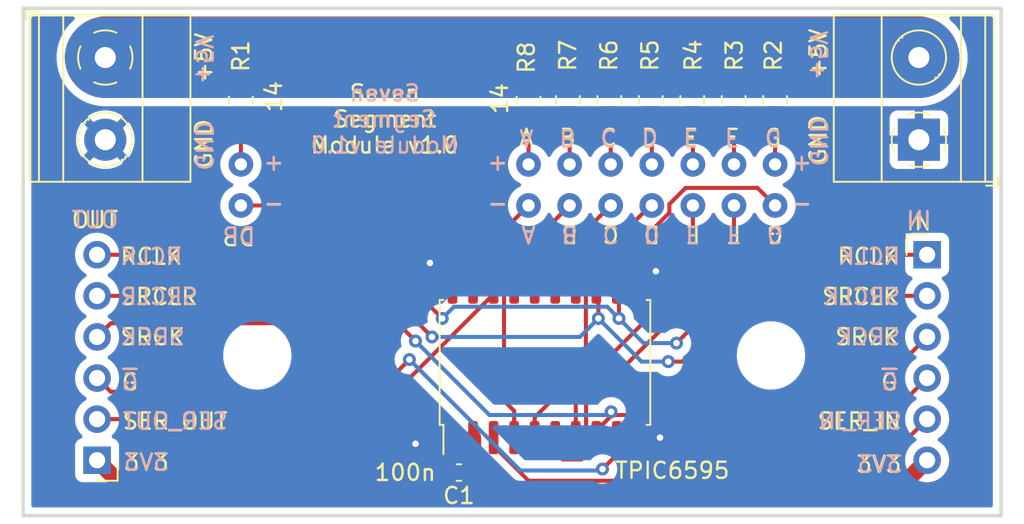
<source format=kicad_pcb>
(kicad_pcb (version 20211014) (generator pcbnew)
  (layers (0 "F.Cu" signal) (31 "B.Cu" signal) (34 "B.Paste" user) (35 "F.Paste" user) (36 "B.SilkS" user "B.Silkscreen") (37 "F.SilkS" user "F.Silkscreen") (38 "B.Mask" user) (39 "F.Mask" user) (44 "Edge.Cuts" user))
  (net 0 "")
  (net 1 "+3V3")
  (net 2 "GND")
  (net 3 "+5V")
  (net 4 "G")
  (net 5 "RCLK")
  (net 6 "SRCLR")
  (net 7 "SRCK")
  (net 8 "SER_IN")
  (net 9 "SER_OUT")
  (net 10 "Net-(R8-Pad1)")
  (net 11 "Net-(U1-Pad17)")
  (net 12 "Net-(R1-Pad1)")
  (net 13 "Net-(R2-Pad1)")
  (net 14 "Net-(R3-Pad1)")
  (net 15 "Net-(R4-Pad1)")
  (net 16 "Net-(R5-Pad1)")
  (net 17 "Net-(R6-Pad1)")
  (net 18 "Net-(R7-Pad1)")
  (net 19 "Net-(U1-Pad4)")
  (net 20 "Net-(U1-Pad5)")
  (net 21 "Net-(U1-Pad6)")
  (net 22 "Net-(U1-Pad7)")
  (net 23 "Net-(U1-Pad14)")
  (net 24 "Net-(U1-Pad15)")
  (net 25 "Net-(U1-Pad16)")
  (footprint "Resistor_SMD:R_0805_2012Metric" (layer "F.Cu") (at 168.29617 77.2815 90)
    (fp_text reference "R7" (at 2.7325 0 90) (layer "F.SilkS"))
    (fp_text value "14")
    (fp_line (start -0.227064 -0.735) (end 0.227064 -0.735) (layer "F.SilkS") (width 0.12))
    (fp_line (start -0.227064 0.735) (end 0.227064 0.735) (layer "F.SilkS") (width 0.12))
    (pad "1" smd roundrect (at -0.9125 0 90) (size 1.025 1.4) (layers "F.Cu" "F.Paste" "F.Mask") (roundrect_rratio 0.243902439) (net 18 "Net-(R7-Pad1)"))
    (pad "2" smd roundrect (at 0.9125 0 90) (size 1.025 1.4) (layers "F.Cu" "F.Paste" "F.Mask") (roundrect_rratio 0.243902439) (net 3 "+5V"))
  )
  (footprint "TerminalBlock_Phoenix:TerminalBlock_Phoenix_MKDS-1,5-2-5.08_1x02_P5.08mm_Horizontal" (layer "F.Cu") (at 139.7 74.676 -90)
    (fp_text reference "J5" hide)
    (fp_text value "POUT")
    (fp_line (start -2.6 -5.261) (end -2.6 4.66) (layer "F.SilkS") (width 0.12))
    (fp_line (start 7.68 -5.261) (end 7.68 4.66) (layer "F.SilkS") (width 0.12))
    (fp_line (start 6.355 -1.069) (end 6.308 -1.023) (layer "F.SilkS") (width 0.12))
    (fp_line (start -2.84 4.9) (end -2.34 4.9) (layer "F.SilkS") (width 0.12))
    (fp_line (start -2.84 4.16) (end -2.84 4.9) (layer "F.SilkS") (width 0.12))
    (fp_line (start 4.046 1.239) (end 4.011 1.274) (layer "F.SilkS") (width 0.12))
    (fp_line (start -2.6 4.1) (end 7.68 4.1) (layer "F.SilkS") (width 0.12))
    (fp_line (start -2.6 4.66) (end 7.68 4.66) (layer "F.SilkS") (width 0.12))
    (fp_line (start 6.15 -1.275) (end 6.115 -1.239) (layer "F.SilkS") (width 0.12))
    (fp_line (start -2.6 -2.301) (end 7.68 -2.301) (layer "F.SilkS") (width 0.12))
    (fp_line (start 3.853 1.023) (end 3.806 1.069) (layer "F.SilkS") (width 0.12))
    (fp_line (start -2.6 2.6) (end 7.68 2.6) (layer "F.SilkS") (width 0.12))
    (fp_line (start -2.6 -5.261) (end 7.68 -5.261) (layer "F.SilkS") (width 0.12))
    (fp_arc (start 0.683318 1.534756) (mid 0.349292 1.643288) (end 0 1.68) (layer "F.SilkS") (width 0.12))
    (fp_arc (start 0.028805 1.680253) (mid -0.335551 1.646659) (end -0.684 1.535) (layer "F.SilkS") (width 0.12))
    (fp_arc (start 1.535427 -0.683042) (mid 1.680501 0.000524) (end 1.535 0.684) (layer "F.SilkS") (width 0.12))
    (fp_arc (start -0.683042 -1.535427) (mid 0.000524 -1.680501) (end 0.684 -1.535) (layer "F.SilkS") (width 0.12))
    (fp_arc (start -1.535427 0.683042) (mid -1.680501 -0.000524) (end -1.535 -0.684) (layer "F.SilkS") (width 0.12))
    (fp_circle (center 5.08 0) (end 6.76 0) (layer "F.SilkS") (width 0.12) (fill none))
    (pad "1" thru_hole rect (at 0 0 270) (size 2.6 2.6) (drill 1.3) (layers *.Cu *.Mask) (net 3 "+5V"))
    (pad "2" thru_hole circle (at 5.08 0 270) (size 2.6 2.6) (drill 1.3) (layers *.Cu *.Mask) (net 2 "GND"))
  )
  (footprint "LED_Filaments:Segen_Segment_69mm_with_dp" (layer "F.Cu") (at 173.482 78.74 180)
    (fp_text reference "U2" hide)
    (fp_text value "Seven_Segment_With_Decimal")
    (fp_text user "+" (at -9.271 -2.54 180 unlocked) (layer "F.SilkS"))
    (fp_text user "+" (at 23.368 -2.54 180 unlocked) (layer "F.SilkS"))
    (fp_text user "-" (at -9.271 -5.08 180 unlocked) (layer "F.SilkS"))
    (fp_text user "B" (at 5.08 -6.858 180 unlocked) (layer "F.SilkS"))
    (fp_text user "+" (at 9.525 -2.54 180 unlocked) (layer "F.SilkS"))
    (fp_text user "G" (at -7.62 -6.858 180 unlocked) (layer "F.SilkS"))
    (fp_text user "-" (at 9.525 -5.08 180 unlocked) (layer "F.SilkS"))
    (fp_text user "E" (at -2.54 -6.858 180 unlocked) (layer "F.SilkS"))
    (fp_text user "C" (at 2.54 -6.858 180 unlocked) (layer "F.SilkS"))
    (fp_text user "D" (at 0 -6.858 180 unlocked) (layer "F.SilkS"))
    (fp_text user "F" (at -5.08 -6.858 180 unlocked) (layer "F.SilkS"))
    (fp_text user "-" (at 23.368 -5.08 180 unlocked) (layer "F.SilkS"))
    (fp_text user "DP" (at 25.527 -6.985 180 unlocked) (layer "F.SilkS"))
    (fp_text user "A" (at 7.62 -6.858 180 unlocked) (layer "F.SilkS"))
    (pad "1" thru_hole circle (at 7.62 -2.54) (size 1.524 1.524) (drill 0.762) (layers *.Cu *.Mask) (net 10 "Net-(R8-Pad1)"))
    (pad "2" thru_hole circle (at 7.62 -5.08) (size 1.524 1.524) (drill 0.762) (layers *.Cu *.Mask) (net 11 "Net-(U1-Pad17)"))
    (pad "3" thru_hole circle (at 5.08 -2.54) (size 1.524 1.524) (drill 0.762) (layers *.Cu *.Mask) (net 18 "Net-(R7-Pad1)"))
    (pad "4" thru_hole circle (at 5.08 -5.08) (size 1.524 1.524) (drill 0.762) (layers *.Cu *.Mask) (net 25 "Net-(U1-Pad16)"))
    (pad "5" thru_hole circle (at 2.54 -2.54) (size 1.524 1.524) (drill 0.762) (layers *.Cu *.Mask) (net 17 "Net-(R6-Pad1)"))
    (pad "6" thru_hole circle (at 2.54 -5.08) (size 1.524 1.524) (drill 0.762) (layers *.Cu *.Mask) (net 24 "Net-(U1-Pad15)"))
    (pad "7" thru_hole circle (at 0 -2.54) (size 1.524 1.524) (drill 0.762) (layers *.Cu *.Mask) (net 16 "Net-(R5-Pad1)"))
    (pad "8" thru_hole circle (at 0 -5.08) (size 1.524 1.524) (drill 0.762) (layers *.Cu *.Mask) (net 23 "Net-(U1-Pad14)"))
    (pad "9" thru_hole circle (at -2.54 -2.54) (size 1.524 1.524) (drill 0.762) (layers *.Cu *.Mask) (net 15 "Net-(R4-Pad1)"))
    (pad "10" thru_hole circle (at -2.54 -5.08) (size 1.524 1.524) (drill 0.762) (layers *.Cu *.Mask) (net 22 "Net-(U1-Pad7)"))
    (pad "11" thru_hole circle (at -5.08 -2.54) (size 1.524 1.524) (drill 0.762) (layers *.Cu *.Mask) (net 14 "Net-(R3-Pad1)"))
    (pad "12" thru_hole circle (at -5.08 -5.08) (size 1.524 1.524) (drill 0.762) (layers *.Cu *.Mask) (net 21 "Net-(U1-Pad6)"))
    (pad "13" thru_hole circle (at -7.62 -2.54) (size 1.524 1.524) (drill 0.762) (layers *.Cu *.Mask) (net 13 "Net-(R2-Pad1)"))
    (pad "14" thru_hole circle (at -7.62 -5.08) (size 1.524 1.524) (drill 0.762) (layers *.Cu *.Mask) (net 20 "Net-(U1-Pad5)"))
    (pad "15" thru_hole circle (at 25.4 -2.54) (size 1.524 1.524) (drill 0.762) (layers *.Cu *.Mask) (net 12 "Net-(R1-Pad1)"))
    (pad "16" thru_hole circle (at 25.4 -5.08) (size 1.524 1.524) (drill 0.762) (layers *.Cu *.Mask) (net 19 "Net-(U1-Pad4)"))
  )
  (footprint "Resistor_SMD:R_0805_2012Metric" (layer "F.Cu") (at 170.857336 77.2815 90)
    (fp_text reference "R6" (at 2.7325 -0.021166 90) (layer "F.SilkS"))
    (fp_text value "14")
    (fp_line (start -0.227064 0.735) (end 0.227064 0.735) (layer "F.SilkS") (width 0.12))
    (fp_line (start -0.227064 -0.735) (end 0.227064 -0.735) (layer "F.SilkS") (width 0.12))
    (pad "1" smd roundrect (at -0.9125 0 90) (size 1.025 1.4) (layers "F.Cu" "F.Paste" "F.Mask") (roundrect_rratio 0.243902439) (net 17 "Net-(R6-Pad1)"))
    (pad "2" smd roundrect (at 0.9125 0 90) (size 1.025 1.4) (layers "F.Cu" "F.Paste" "F.Mask") (roundrect_rratio 0.243902439) (net 3 "+5V"))
  )
  (footprint "Capacitor_SMD:C_0603_1608Metric" (layer "F.Cu") (at 161.557 100.33 180)
    (fp_text reference "C1" (at 0 -1.43) (layer "F.SilkS"))
    (fp_text value "100n")
    (fp_line (start -0.14058 -0.51) (end 0.14058 -0.51) (layer "F.SilkS") (width 0.12))
    (fp_line (start -0.14058 0.51) (end 0.14058 0.51) (layer "F.SilkS") (width 0.12))
    (pad "1" smd roundrect (at -0.775 0 180) (size 0.9 0.95) (layers "F.Cu" "F.Paste" "F.Mask") (net 1 "+3V3"))
    (pad "2" smd roundrect (at 0.775 0 180) (size 0.9 0.95) (layers "F.Cu" "F.Paste" "F.Mask") (net 2 "GND"))
  )
  (footprint "MountingHole:MountingHole_3.2mm_M3" (layer "F.Cu") (at 149.098 93.091)
    (fp_text reference "H2" hide)
    (fp_text value "MountingHole")
    (pad "" np_thru_hole circle (at 0 0) (size 3.2 3.2) (drill 3.2) (layers *.Cu *.Mask))
  )
  (footprint "Resistor_SMD:R_0805_2012Metric" (layer "F.Cu") (at 175.979668 77.2815 90)
    (fp_text reference "R4" (at 2.7325 0.063502 90) (layer "F.SilkS"))
    (fp_text value "14")
    (fp_line (start -0.227064 -0.735) (end 0.227064 -0.735) (layer "F.SilkS") (width 0.12))
    (fp_line (start -0.227064 0.735) (end 0.227064 0.735) (layer "F.SilkS") (width 0.12))
    (pad "1" smd roundrect (at -0.9125 0 90) (size 1.025 1.4) (layers "F.Cu" "F.Paste" "F.Mask") (roundrect_rratio 0.243902439) (net 15 "Net-(R4-Pad1)"))
    (pad "2" smd roundrect (at 0.9125 0 90) (size 1.025 1.4) (layers "F.Cu" "F.Paste" "F.Mask") (roundrect_rratio 0.243902439) (net 3 "+5V"))
  )
  (footprint "Resistor_SMD:R_0805_2012Metric" (layer "F.Cu") (at 181.102 77.2815 90)
    (fp_text reference "R2" (at 2.7325 -0.10583 90) (layer "F.SilkS"))
    (fp_text value "14")
    (fp_line (start -0.227064 0.735) (end 0.227064 0.735) (layer "F.SilkS") (width 0.12))
    (fp_line (start -0.227064 -0.735) (end 0.227064 -0.735) (layer "F.SilkS") (width 0.12))
    (pad "1" smd roundrect (at -0.9125 0 90) (size 1.025 1.4) (layers "F.Cu" "F.Paste" "F.Mask") (roundrect_rratio 0.243902439) (net 13 "Net-(R2-Pad1)"))
    (pad "2" smd roundrect (at 0.9125 0 90) (size 1.025 1.4) (layers "F.Cu" "F.Paste" "F.Mask") (roundrect_rratio 0.243902439) (net 3 "+5V"))
  )
  (footprint "MountingHole:MountingHole_3.2mm_M3" (layer "F.Cu") (at 180.848 93.091)
    (fp_text reference "H1" hide)
    (fp_text value "MountingHole")
    (pad "" np_thru_hole circle (at 0 0) (size 3.2 3.2) (drill 3.2) (layers *.Cu *.Mask))
  )
  (footprint "Connector_PinHeader_2.54mm:PinHeader_1x06_P2.54mm_Horizontal" (layer "F.Cu") (at 139.192 99.568 180)
    (fp_text reference "J4" hide)
    (fp_text value "OUT")
    (fp_line (start -1.27 -1.27) (end 0 -1.27) (layer "F.SilkS") (width 0.12))
    (fp_line (start -1.27 0) (end -1.27 -1.27) (layer "F.SilkS") (width 0.12))
    (pad "1" thru_hole rect (at 0 0 180) (size 1.7 1.7) (drill 1) (layers *.Cu *.Mask) (net 1 "+3V3"))
    (pad "2" thru_hole oval (at 0 2.54 180) (size 1.7 1.7) (drill 1) (layers *.Cu *.Mask) (net 9 "SER_OUT"))
    (pad "3" thru_hole oval (at 0 5.08 180) (size 1.7 1.7) (drill 1) (layers *.Cu *.Mask) (net 4 "G"))
    (pad "4" thru_hole oval (at 0 7.62 180) (size 1.7 1.7) (drill 1) (layers *.Cu *.Mask) (net 6 "SRCLR"))
    (pad "5" thru_hole oval (at 0 10.16 180) (size 1.7 1.7) (drill 1) (layers *.Cu *.Mask) (net 7 "SRCK"))
    (pad "6" thru_hole oval (at 0 12.7 180) (size 1.7 1.7) (drill 1) (layers *.Cu *.Mask) (net 5 "RCLK"))
  )
  (footprint "Connector_PinHeader_2.54mm:PinHeader_1x06_P2.54mm_Horizontal" (layer "F.Cu") (at 190.5 86.868)
    (fp_text reference "J1" hide)
    (fp_text value "IN")
    (fp_line (start -1.27 0) (end -1.27 -1.27) (layer "F.SilkS") (width 0.12))
    (fp_line (start -1.27 -1.27) (end 0 -1.27) (layer "F.SilkS") (width 0.12))
    (pad "1" thru_hole rect (at 0 0) (size 1.7 1.7) (drill 1) (layers *.Cu *.Mask) (net 5 "RCLK"))
    (pad "2" thru_hole oval (at 0 2.54) (size 1.7 1.7) (drill 1) (layers *.Cu *.Mask) (net 7 "SRCK"))
    (pad "3" thru_hole oval (at 0 5.08) (size 1.7 1.7) (drill 1) (layers *.Cu *.Mask) (net 6 "SRCLR"))
    (pad "4" thru_hole oval (at 0 7.62) (size 1.7 1.7) (drill 1) (layers *.Cu *.Mask) (net 4 "G"))
    (pad "5" thru_hole oval (at 0 10.16) (size 1.7 1.7) (drill 1) (layers *.Cu *.Mask) (net 8 "SER_IN"))
    (pad "6" thru_hole oval (at 0 12.7) (size 1.7 1.7) (drill 1) (layers *.Cu *.Mask) (net 1 "+3V3"))
  )
  (footprint "Resistor_SMD:R_0805_2012Metric" (layer "F.Cu") (at 148.082 77.3195 90)
    (fp_text reference "R1" (at 2.7325 0 90) (layer "F.SilkS"))
    (fp_text value "14")
    (fp_line (start -0.227064 -0.735) (end 0.227064 -0.735) (layer "F.SilkS") (width 0.12))
    (fp_line (start -0.227064 0.735) (end 0.227064 0.735) (layer "F.SilkS") (width 0.12))
    (pad "1" smd roundrect (at -0.9125 0 90) (size 1.025 1.4) (layers "F.Cu" "F.Paste" "F.Mask") (roundrect_rratio 0.243902439) (net 12 "Net-(R1-Pad1)"))
    (pad "2" smd roundrect (at 0.9125 0 90) (size 1.025 1.4) (layers "F.Cu" "F.Paste" "F.Mask") (roundrect_rratio 0.243902439) (net 3 "+5V"))
  )
  (footprint "TerminalBlock_Phoenix:TerminalBlock_Phoenix_MKDS-1,5-2-5.08_1x02_P5.08mm_Horizontal" (layer "F.Cu") (at 189.992 79.756 90)
    (fp_text reference "J2" hide)
    (fp_text value "PIN")
    (fp_line (start 4.046 1.239) (end 4.011 1.274) (layer "F.SilkS") (width 0.12))
    (fp_line (start -2.6 -2.301) (end 7.68 -2.301) (layer "F.SilkS") (width 0.12))
    (fp_line (start 6.15 -1.275) (end 6.115 -1.239) (layer "F.SilkS") (width 0.12))
    (fp_line (start 6.355 -1.069) (end 6.308 -1.023) (layer "F.SilkS") (width 0.12))
    (fp_line (start 7.68 -5.261) (end 7.68 4.66) (layer "F.SilkS") (width 0.12))
    (fp_line (start 3.853 1.023) (end 3.806 1.069) (layer "F.SilkS") (width 0.12))
    (fp_line (start -2.6 -5.261) (end 7.68 -5.261) (layer "F.SilkS") (width 0.12))
    (fp_line (start -2.84 4.9) (end -2.34 4.9) (layer "F.SilkS") (width 0.12))
    (fp_line (start -2.6 -5.261) (end -2.6 4.66) (layer "F.SilkS") (width 0.12))
    (fp_line (start -2.6 4.1) (end 7.68 4.1) (layer "F.SilkS") (width 0.12))
    (fp_line (start -2.6 2.6) (end 7.68 2.6) (layer "F.SilkS") (width 0.12))
    (fp_line (start -2.6 4.66) (end 7.68 4.66) (layer "F.SilkS") (width 0.12))
    (fp_line (start -2.84 4.16) (end -2.84 4.9) (layer "F.SilkS") (width 0.12))
    (fp_arc (start 1.535427 -0.683042) (mid 1.680501 0.000524) (end 1.535 0.684) (layer "F.SilkS") (width 0.12))
    (fp_arc (start -1.535427 0.683042) (mid -1.680501 -0.000524) (end -1.535 -0.684) (layer "F.SilkS") (width 0.12))
    (fp_arc (start 0.683318 1.534756) (mid 0.349292 1.643288) (end 0 1.68) (layer "F.SilkS") (width 0.12))
    (fp_arc (start -0.683042 -1.535427) (mid 0.000524 -1.680501) (end 0.684 -1.535) (layer "F.SilkS") (width 0.12))
    (fp_arc (start 0.028805 1.680253) (mid -0.335551 1.646659) (end -0.684 1.535) (layer "F.SilkS") (width 0.12))
    (fp_circle (center 5.08 0) (end 6.76 0) (layer "F.SilkS") (width 0.12) (fill none))
    (pad "1" thru_hole rect (at 0 0 90) (size 2.6 2.6) (drill 1.3) (layers *.Cu *.Mask) (net 2 "GND"))
    (pad "2" thru_hole circle (at 5.08 0 90) (size 2.6 2.6) (drill 1.3) (layers *.Cu *.Mask) (net 3 "+5V"))
  )
  (footprint "Resistor_SMD:R_0805_2012Metric" (layer "F.Cu") (at 165.862 77.3195 90)
    (fp_text reference "R8" (at 2.6435 -0.127 90) (layer "F.SilkS"))
    (fp_text value "14")
    (fp_line (start -0.227064 -0.735) (end 0.227064 -0.735) (layer "F.SilkS") (width 0.12))
    (fp_line (start -0.227064 0.735) (end 0.227064 0.735) (layer "F.SilkS") (width 0.12))
    (pad "1" smd roundrect (at -0.9125 0 90) (size 1.025 1.4) (layers "F.Cu" "F.Paste" "F.Mask") (roundrect_rratio 0.243902439) (net 10 "Net-(R8-Pad1)"))
    (pad "2" smd roundrect (at 0.9125 0 90) (size 1.025 1.4) (layers "F.Cu" "F.Paste" "F.Mask") (roundrect_rratio 0.243902439) (net 3 "+5V"))
  )
  (footprint "Resistor_SMD:R_0805_2012Metric" (layer "F.Cu") (at 178.540834 77.2815 90)
    (fp_text reference "R3" (at 2.7325 0.042336 90) (layer "F.SilkS"))
    (fp_text value "14")
    (fp_line (start -0.227064 -0.735) (end 0.227064 -0.735) (layer "F.SilkS") (width 0.12))
    (fp_line (start -0.227064 0.735) (end 0.227064 0.735) (layer "F.SilkS") (width 0.12))
    (pad "1" smd roundrect (at -0.9125 0 90) (size 1.025 1.4) (layers "F.Cu" "F.Paste" "F.Mask") (roundrect_rratio 0.243902439) (net 14 "Net-(R3-Pad1)"))
    (pad "2" smd roundrect (at 0.9125 0 90) (size 1.025 1.4) (layers "F.Cu" "F.Paste" "F.Mask") (roundrect_rratio 0.243902439) (net 3 "+5V"))
  )
  (footprint "Resistor_SMD:R_0805_2012Metric" (layer "F.Cu") (at 173.418502 77.2815 90)
    (fp_text reference "R5" (at 2.7325 -0.042332 90) (layer "F.SilkS"))
    (fp_text value "14")
    (fp_line (start -0.227064 -0.735) (end 0.227064 -0.735) (layer "F.SilkS") (width 0.12))
    (fp_line (start -0.227064 0.735) (end 0.227064 0.735) (layer "F.SilkS") (width 0.12))
    (pad "1" smd roundrect (at -0.9125 0 90) (size 1.025 1.4) (layers "F.Cu" "F.Paste" "F.Mask") (roundrect_rratio 0.243902439) (net 16 "Net-(R5-Pad1)"))
    (pad "2" smd roundrect (at 0.9125 0 90) (size 1.025 1.4) (layers "F.Cu" "F.Paste" "F.Mask") (roundrect_rratio 0.243902439) (net 3 "+5V"))
  )
  (footprint "Package_SO:SOIC-20W_7.5x12.8mm_P1.27mm" (layer "F.Cu") (at 166.878 93.521 90)
    (fp_text reference "TPIC6595" (at -6.682 7.874) (layer "F.SilkS"))
    (fp_text value "TPIC6595")
    (fp_line (start -3.86 -6.275) (end -5.675 -6.275) (layer "F.SilkS") (width 0.12))
    (fp_line (start 0 -6.51) (end -3.86 -6.51) (layer "F.SilkS") (width 0.12))
    (fp_line (start 0 6.51) (end 3.86 6.51) (layer "F.SilkS") (width 0.12))
    (fp_line (start 0 -6.51) (end 3.86 -6.51) (layer "F.SilkS") (width 0.12))
    (fp_line (start -3.86 -6.51) (end -3.86 -6.275) (layer "F.SilkS") (width 0.12))
    (fp_line (start 3.86 6.51) (end 3.86 6.275) (layer "F.SilkS") (width 0.12))
    (fp_line (start 0 6.51) (end -3.86 6.51) (layer "F.SilkS") (width 0.12))
    (fp_line (start 3.86 -6.51) (end 3.86 -6.275) (layer "F.SilkS") (width 0.12))
    (fp_line (start -3.86 6.51) (end -3.86 6.275) (layer "F.SilkS") (width 0.12))
    (pad "1" smd roundrect (at -4.65 -5.715 90) (size 2.05 0.6) (layers "F.Cu" "F.Paste" "F.Mask") (net 2 "GND"))
    (pad "2" smd roundrect (at -4.65 -4.445 90) (size 2.05 0.6) (layers "F.Cu" "F.Paste" "F.Mask") (net 1 "+3V3"))
    (pad "3" smd roundrect (at -4.65 -3.175 90) (size 2.05 0.6) (layers "F.Cu" "F.Paste" "F.Mask") (net 8 "SER_IN"))
    (pad "4" smd roundrect (at -4.65 -1.905 90) (size 2.05 0.6) (layers "F.Cu" "F.Paste" "F.Mask") (net 19 "Net-(U1-Pad4)"))
    (pad "5" smd roundrect (at -4.65 -0.635 90) (size 2.05 0.6) (layers "F.Cu" "F.Paste" "F.Mask") (net 20 "Net-(U1-Pad5)"))
    (pad "6" smd roundrect (at -4.65 0.635 90) (size 2.05 0.6) (layers "F.Cu" "F.Paste" "F.Mask") (net 21 "Net-(U1-Pad6)"))
    (pad "7" smd roundrect (at -4.65 1.905 90) (size 2.05 0.6) (layers "F.Cu" "F.Paste" "F.Mask") (net 22 "Net-(U1-Pad7)"))
    (pad "8" smd roundrect (at -4.65 3.175 90) (size 2.05 0.6) (layers "F.Cu" "F.Paste" "F.Mask") (net 6 "SRCLR"))
    (pad "9" smd roundrect (at -4.65 4.445 90) (size 2.05 0.6) (layers "F.Cu" "F.Paste" "F.Mask") (net 4 "G"))
    (pad "10" smd roundrect (at -4.65 5.715 90) (size 2.05 0.6) (layers "F.Cu" "F.Paste" "F.Mask") (net 2 "GND"))
    (pad "11" smd roundrect (at 4.65 5.715 90) (size 2.05 0.6) (layers "F.Cu" "F.Paste" "F.Mask") (net 2 "GND"))
    (pad "12" smd roundrect (at 4.65 4.445 90) (size 2.05 0.6) (layers "F.Cu" "F.Paste" "F.Mask") (net 5 "RCLK"))
    (pad "13" smd roundrect (at 4.65 3.175 90) (size 2.05 0.6) (layers "F.Cu" "F.Paste" "F.Mask") (net 7 "SRCK"))
    (pad "14" smd roundrect (at 4.65 1.905 90) (size 2.05 0.6) (layers "F.Cu" "F.Paste" "F.Mask") (net 23 "Net-(U1-Pad14)"))
    (pad "15" smd roundrect (at 4.65 0.635 90) (size 2.05 0.6) (layers "F.Cu" "F.Paste" "F.Mask") (net 24 "Net-(U1-Pad15)"))
    (pad "16" smd roundrect (at 4.65 -0.635 90) (size 2.05 0.6) (layers "F.Cu" "F.Paste" "F.Mask") (net 25 "Net-(U1-Pad16)"))
    (pad "17" smd roundrect (at 4.65 -1.905 90) (size 2.05 0.6) (layers "F.Cu" "F.Paste" "F.Mask") (net 11 "Net-(U1-Pad17)"))
    (pad "18" smd roundrect (at 4.65 -3.175 90) (size 2.05 0.6) (layers "F.Cu" "F.Paste" "F.Mask") (net 9 "SER_OUT"))
    (pad "19" smd roundrect (at 4.65 -4.445 90) (size 2.05 0.6) (layers "F.Cu" "F.Paste" "F.Mask") (net 2 "GND"))
    (pad "20" smd roundrect (at 4.65 -5.715 90) (size 2.05 0.6) (layers "F.Cu" "F.Paste" "F.Mask") (net 2 "GND"))
  )
  (gr_rect (start 134.62 71.628) (end 195.072 102.997) (layer "Edge.Cuts") (width 0.2) (fill none))
  (gr_text "A" (at 165.735 79.629 180) (layer "B.SilkS") (effects (font (size 1 1)) (justify mirror)))
  (gr_text "A" (at 165.862 85.598 180) (layer "B.SilkS") (effects (font (size 1 1)) (justify mirror)))
  (gr_text "-" (at 163.957 83.693) (layer "B.SilkS") (effects (font (size 1 1)) (justify mirror)))
  (gr_text "+" (at 182.753 81.153) (layer "B.SilkS") (effects (font (size 1 1)) (justify mirror)))
  (gr_text "E" (at 176.022 85.598 180) (layer "B.SilkS") (effects (font (size 1 1)) (justify mirror)))
  (gr_text "~{G}" (at 188.214 94.742) (layer "B.SilkS") (effects (font (size 1 1)) (justify mirror)))
  (gr_text "G" (at 181.102 85.598 180) (layer "B.SilkS") (effects (font (size 1 1)) (justify mirror)))
  (gr_text "-" (at 150.114 83.693) (layer "B.SilkS") (effects (font (size 1 1)) (justify mirror)))
  (gr_text "+" (at 163.957 81.153) (layer "B.SilkS") (effects (font (size 1 1)) (justify mirror)))
  (gr_text "3V3" (at 187.579 99.822) (layer "B.SilkS") (effects (font (size 1 1)) (justify mirror)))
  (gr_text "E" (at 175.895 79.629 180) (layer "B.SilkS") (effects (font (size 1 1)) (justify mirror)))
  (gr_text "D" (at 173.355 79.629 180) (layer "B.SilkS") (effects (font (size 1 1)) (justify mirror)))
  (gr_text "SRCLK" (at 186.452 89.459) (layer "B.SilkS") (effects (font (size 1 1)) (justify mirror)))
  (gr_text "C" (at 170.942 85.598 180) (layer "B.SilkS") (effects (font (size 1 1)) (justify mirror)))
  (gr_text "3V3" (at 142.24 99.695) (layer "B.SilkS") (effects (font (size 1 1)) (justify mirror)))
  (gr_text "OUT" (at 139.065 84.709) (layer "B.SilkS") (effects (font (size 1 1)) (justify mirror)))
  (gr_text "IN" (at 189.992 84.709) (layer "B.SilkS") (effects (font (size 1 1)) (justify mirror)))
  (gr_text "F" (at 178.562 85.598 180) (layer "B.SilkS") (effects (font (size 1 1)) (justify mirror)))
  (gr_text "SRCK" (at 142.621 91.948) (layer "B.SilkS") (effects (font (size 1 1)) (justify mirror)))
  (gr_text "C" (at 170.815 79.629 180) (layer "B.SilkS") (effects (font (size 1 1)) (justify mirror)))
  (gr_text "GND   +5V" (at 183.769 77.216 -90) (layer "B.SilkS") (effects (font (size 1 1)) (justify mirror)))
  (gr_text "+" (at 150.114 81.153) (layer "B.SilkS") (effects (font (size 1 1)) (justify mirror)))
  (gr_text "-" (at 182.753 83.693) (layer "B.SilkS") (effects (font (size 1 1)) (justify mirror)))
  (gr_text "SER_IN" (at 186.364905 97.155) (layer "B.SilkS") (effects (font (size 1 1)) (justify mirror)))
  (gr_text "RCLK" (at 186.928191 86.97) (layer "B.SilkS") (effects (font (size 1 1)) (justify mirror)))
  (gr_text "B" (at 168.275 79.629 180) (layer "B.SilkS") (effects (font (size 1 1)) (justify mirror)))
  (gr_text "GND   +5V" (at 145.796 77.47 -90) (layer "B.SilkS") (effects (font (size 1 1)) (justify mirror)))
  (gr_text "G" (at 180.975 79.629 180) (layer "B.SilkS") (effects (font (size 1 1)) (justify mirror)))
  (gr_text "SRCLR" (at 143.025762 89.459) (layer "B.SilkS") (effects (font (size 1 1)) (justify mirror)))
  (gr_text "F" (at 178.435 79.629 180) (layer "B.SilkS") (effects (font (size 1 1)) (justify mirror)))
  (gr_text "Seven\nSegment\nModule v1.0" (at 156.972 78.486) (layer "B.SilkS") (effects (font (size 1 1)) (justify mirror)))
  (gr_text "SER_OUT" (at 144.018 97.155) (layer "B.SilkS") (effects (font (size 1 1)) (justify mirror)))
  (gr_text "~{G}" (at 141.224 94.742) (layer "B.SilkS") (effects (font (size 1 1)) (justify mirror)))
  (gr_text "B" (at 168.402 85.598 180) (layer "B.SilkS") (effects (font (size 1 1)) (justify mirror)))
  (gr_text "SRCK" (at 186.856762 91.948) (layer "B.SilkS") (effects (font (size 1 1)) (justify mirror)))
  (gr_text "RCLK" (at 142.549572 86.97) (layer "B.SilkS") (effects (font (size 1 1)) (justify mirror)))
  (gr_text "DP" (at 147.955 85.725) (layer "B.SilkS") (effects (font (size 1 1)) (justify mirror)))
  (gr_text "D" (at 173.482 85.598 180) (layer "B.SilkS") (effects (font (size 1 1)) (justify mirror)))
  (gr_text "E" (at 175.895 79.629) (layer "F.SilkS") (effects (font (size 1 1))))
  (gr_text "D" (at 173.355 79.629) (layer "F.SilkS") (effects (font (size 1 1))))
  (gr_text "A" (at 165.735 79.629) (layer "F.SilkS") (effects (font (size 1 1))))
  (gr_text "SER_OUT" (at 144.018 97.155) (layer "F.SilkS") (effects (font (size 1 1))))
  (gr_text "RCLK" (at 142.549572 86.97) (layer "F.SilkS") (effects (font (size 1 1))))
  (gr_text "SRCLR" (at 143.025762 89.459) (layer "F.SilkS") (effects (font (size 1 1))))
  (gr_text "F" (at 178.435 79.629) (layer "F.SilkS") (effects (font (size 1 1))))
  (gr_text "Seven\nSegment\nModule v1.0" (at 156.972 78.486) (layer "F.SilkS") (effects (font (size 1 1))))
  (gr_text "3V3" (at 187.523095 99.822) (layer "F.SilkS") (effects (font (size 1 1))))
  (gr_text "GND   +5V" (at 145.796 77.343 90) (layer "F.SilkS") (effects (font (size 1 1))))
  (gr_text "OUT" (at 139.065 84.709) (layer "F.SilkS") (effects (font (size 1 1))))
  (gr_text "IN" (at 189.992 84.836) (layer "F.SilkS") (effects (font (size 1 1))))
  (gr_text "RCLK" (at 186.872286 86.97) (layer "F.SilkS") (effects (font (size 1 1))))
  (gr_text "B" (at 168.275 79.629) (layer "F.SilkS") (effects (font (size 1 1))))
  (gr_text "~{G}" (at 188.158095 94.742) (layer "F.SilkS") (effects (font (size 1 1))))
  (gr_text "14" (at 164.084 77.216 90) (layer "F.SilkS") (effects (font (size 1 1))))
  (gr_text "G" (at 180.975 79.629) (layer "F.SilkS") (effects (font (size 1 1))))
  (gr_text "SRCK" (at 186.800857 91.948) (layer "F.SilkS") (effects (font (size 1 1))))
  (gr_text "14" (at 150.114 77.089 90) (layer "F.SilkS") (effects (font (size 1 1))))
  (gr_text "SER_IN" (at 186.309 97.155) (layer "F.SilkS") (effects (font (size 1 1))))
  (gr_text "SRCLK" (at 186.396095 89.459) (layer "F.SilkS") (effects (font (size 1 1))))
  (gr_text "C" (at 170.815 79.629) (layer "F.SilkS") (effects (font (size 1 1))))
  (gr_text "~{G}" (at 141.224 94.742) (layer "F.SilkS") (effects (font (size 1 1))))
  (gr_text "3V3" (at 142.24 99.695) (layer "F.SilkS") (effects (font (size 1 1))))
  (gr_text "100n" (at 158.242 100.33) (layer "F.SilkS") (effects (font (size 1 1))))
  (gr_text "SRCK" (at 142.621 91.948) (layer "F.SilkS") (effects (font (size 1 1))))
  (gr_text "GND   +5V" (at 183.769 77.089 90) (layer "F.SilkS") (effects (font (size 1 1))))
  (segment (start 190.5 99.568) (end 188.214 101.854) (width 1) (layer "F.Cu") (net 1))
  (segment (start 141.478 101.854) (end 139.192 99.568) (width 1) (layer "F.Cu") (net 1))
  (segment (start 162.433 101.854) (end 141.478 101.854) (width 1) (layer "F.Cu") (net 1))
  (segment (start 188.214 101.854) (end 162.433 101.854) (width 1) (layer "F.Cu") (net 1))
  (segment (start 162.433 98.171) (end 162.433 101.854) (width 1) (layer "F.Cu") (net 1))
  (segment (start 161.163 98.171) (end 161.163 99.949) (width 1) (layer "F.Cu") (net 2))
  (segment (start 161.163 99.949) (end 160.782 100.33) (width 1) (layer "F.Cu") (net 2))
  (segment (start 172.593 98.171) (end 173.99 98.171) (width 1) (layer "F.Cu") (net 2))
  (segment (start 161.163 88.773) (end 159.766 87.376) (width 1) (layer "F.Cu") (net 2))
  (segment (start 172.593 88.871) (end 172.749 88.871) (width 1) (layer "F.Cu") (net 2))
  (segment (start 161.163 88.871) (end 161.163 88.773) (width 1) (layer "F.Cu") (net 2))
  (segment (start 161.163 98.171) (end 159.258 98.171) (width 1) (layer "F.Cu") (net 2))
  (segment (start 159.258 98.171) (end 158.877 98.552) (width 1) (layer "F.Cu") (net 2))
  (segment (start 161.163 88.871) (end 162.433 88.871) (width 1) (layer "F.Cu") (net 2))
  (segment (start 172.749 88.871) (end 173.736 87.884) (width 1) (layer "F.Cu") (net 2))
  (via (at 173.736 87.884) (size 0.8) (drill 0.4) (layers "F.Cu" "B.Cu") (net 2))
  (via (at 158.877 98.552) (size 0.8) (drill 0.4) (layers "F.Cu" "B.Cu") (net 2))
  (via (at 173.99 98.171) (size 0.8) (drill 0.4) (layers "F.Cu" "B.Cu") (net 2))
  (via (at 159.766 87.376) (size 0.8) (drill 0.4) (layers "F.Cu" "B.Cu") (net 2))
  (segment (start 139.73702 74.63898) (end 139.7 74.676) (width 5) (layer "F.Cu") (net 3))
  (segment (start 189.95498 74.63898) (end 139.73702 74.63898) (width 5) (layer "F.Cu") (net 3))
  (segment (start 189.992 74.676) (end 189.95498 74.63898) (width 5) (layer "F.Cu") (net 3))
  (segment (start 189.992 74.676) (end 139.7 74.676) (width 5) (layer "B.Cu") (net 3))
  (segment (start 171.323 99.2245) (end 171.323 98.171) (width 0.25) (layer "F.Cu") (net 4))
  (segment (start 172.339 100.38848) (end 171.323 99.37248) (width 0.25) (layer "F.Cu") (net 4))
  (segment (start 190.5 94.488) (end 184.59952 100.38848) (width 0.25) (layer "F.Cu") (net 4))
  (segment (start 170.434 100.1135) (end 171.323 99.2245) (width 0.25) (layer "F.Cu") (net 4))
  (segment (start 184.59952 100.38848) (end 172.339 100.38848) (width 0.25) (layer "F.Cu") (net 4))
  (segment (start 156.503 95.338) (end 158.496 93.345) (width 0.25) (layer "F.Cu") (net 4))
  (segment (start 171.323 99.37248) (end 171.323 98.171) (width 0.25) (layer "F.Cu") (net 4))
  (segment (start 139.192 94.488) (end 140.042 95.338) (width 0.25) (layer "F.Cu") (net 4))
  (segment (start 140.042 95.338) (end 156.503 95.338) (width 0.25) (layer "F.Cu") (net 4))
  (via (at 170.434 100.1135) (size 0.8) (drill 0.4) (layers "F.Cu" "B.Cu") (net 4))
  (via (at 158.496 93.345) (size 0.8) (drill 0.4) (layers "F.Cu" "B.Cu") (net 4))
  (segment (start 170.3445 100.203) (end 170.434 100.1135) (width 0.25) (layer "B.Cu") (net 4))
  (segment (start 158.496 93.345) (end 165.354 100.203) (width 0.25) (layer "B.Cu") (net 4))
  (segment (start 165.354 100.203) (end 170.3445 100.203) (width 0.25) (layer "B.Cu") (net 4))
  (segment (start 139.192 86.868) (end 156.591 86.868) (width 0.25) (layer "F.Cu") (net 5))
  (segment (start 171.45 90.805) (end 171.45 88.998) (width 0.25) (layer "F.Cu") (net 5))
  (segment (start 156.591 86.868) (end 160.528 90.805) (width 0.25) (layer "F.Cu") (net 5))
  (segment (start 180.466283 86.868) (end 175.005641 92.328641) (width 0.25) (layer "F.Cu") (net 5))
  (segment (start 190.5 86.868) (end 180.466283 86.868) (width 0.25) (layer "F.Cu") (net 5))
  (segment (start 171.45 88.998) (end 171.323 88.871) (width 0.25) (layer "F.Cu") (net 5))
  (segment (start 175.005641 92.328641) (end 175.006 92.329) (width 0.25) (layer "F.Cu") (net 5))
  (via (at 175.006 92.329) (size 0.8) (drill 0.4) (layers "F.Cu" "B.Cu") (net 5))
  (via (at 160.528 90.805) (size 0.8) (drill 0.4) (layers "F.Cu" "B.Cu") (net 5))
  (via (at 171.45 90.805) (size 0.8) (drill 0.4) (layers "F.Cu" "B.Cu") (net 5))
  (segment (start 175.006 92.329) (end 172.974 92.329) (width 0.25) (layer "B.Cu") (net 5))
  (segment (start 170.725489 90.080489) (end 171.45 90.805) (width 0.25) (layer "B.Cu") (net 5))
  (segment (start 172.974 92.329) (end 171.45 90.805) (width 0.25) (layer "B.Cu") (net 5))
  (segment (start 160.528 90.805) (end 161.252511 90.080489) (width 0.25) (layer "B.Cu") (net 5))
  (segment (start 161.252511 90.080489) (end 170.725489 90.080489) (width 0.25) (layer "B.Cu") (net 5))
  (segment (start 157.773 91.098) (end 158.877 92.202) (width 0.25) (layer "F.Cu") (net 6))
  (segment (start 139.192 91.948) (end 140.042 91.098) (width 0.25) (layer "F.Cu") (net 6))
  (segment (start 171.023928 96.774) (end 170.053 97.744928) (width 0.25) (layer "F.Cu") (net 6))
  (segment (start 185.674 96.774) (end 171.023928 96.774) (width 0.25) (layer "F.Cu") (net 6))
  (segment (start 140.042 91.098) (end 157.773 91.098) (width 0.25) (layer "F.Cu") (net 6))
  (segment (start 170.053 97.744928) (end 170.053 98.171) (width 0.25) (layer "F.Cu") (net 6))
  (segment (start 190.5 91.948) (end 185.674 96.774) (width 0.25) (layer "F.Cu") (net 6))
  (via (at 158.877 92.202) (size 0.8) (drill 0.4) (layers "F.Cu" "B.Cu") (net 6))
  (via (at 170.967187 96.575311) (size 0.8) (drill 0.4) (layers "F.Cu" "B.Cu") (net 6))
  (segment (start 163.449 96.774) (end 170.768498 96.774) (width 0.25) (layer "B.Cu") (net 6))
  (segment (start 158.877 92.202) (end 163.449 96.774) (width 0.25) (layer "B.Cu") (net 6))
  (segment (start 170.768498 96.774) (end 170.967187 96.575311) (width 0.25) (layer "B.Cu") (net 6))
  (segment (start 175.387 93.472) (end 174.498 93.472) (width 0.25) (layer "F.Cu") (net 7))
  (segment (start 157.353 89.408) (end 159.893 91.948) (width 0.25) (layer "F.Cu") (net 7))
  (segment (start 170.18 88.998) (end 170.053 88.871) (width 0.25) (layer "F.Cu") (net 7))
  (segment (start 179.451 89.408) (end 175.387 93.472) (width 0.25) (layer "F.Cu") (net 7))
  (segment (start 190.5 89.408) (end 179.451 89.408) (width 0.25) (layer "F.Cu") (net 7))
  (segment (start 170.18 90.805) (end 170.18 88.998) (width 0.25) (layer "F.Cu") (net 7))
  (segment (start 139.192 89.408) (end 157.353 89.408) (width 0.25) (layer "F.Cu") (net 7))
  (via (at 174.498 93.472) (size 0.8) (drill 0.4) (layers "F.Cu" "B.Cu") (net 7))
  (via (at 170.18 90.805) (size 0.8) (drill 0.4) (layers "F.Cu" "B.Cu") (net 7))
  (via (at 159.893 91.948) (size 0.8) (drill 0.4) (layers "F.Cu" "B.Cu") (net 7))
  (segment (start 169.037 91.948) (end 170.18 90.805) (width 0.25) (layer "B.Cu") (net 7))
  (segment (start 172.847 93.472) (end 170.18 90.805) (width 0.25) (layer "B.Cu") (net 7))
  (segment (start 174.498 93.472) (end 172.847 93.472) (width 0.25) (layer "B.Cu") (net 7))
  (segment (start 159.893 91.948) (end 169.037 91.948) (width 0.25) (layer "B.Cu") (net 7))
  (segment (start 163.703 98.171) (end 163.703 98.679) (width 0.25) (layer "F.Cu") (net 8))
  (segment (start 165.862 100.838) (end 186.69 100.838) (width 0.25) (layer "F.Cu") (net 8))
  (segment (start 163.703 98.679) (end 165.862 100.838) (width 0.25) (layer "F.Cu") (net 8))
  (segment (start 186.69 100.838) (end 190.5 97.028) (width 0.25) (layer "F.Cu") (net 8))
  (segment (start 163.703 89.297072) (end 163.703 88.871) (width 0.25) (layer "F.Cu") (net 9))
  (segment (start 155.972072 97.028) (end 163.703 89.297072) (width 0.25) (layer "F.Cu") (net 9))
  (segment (start 139.192 97.028) (end 155.972072 97.028) (width 0.25) (layer "F.Cu") (net 9))
  (segment (start 165.862 78.232) (end 165.862 81.28) (width 0.25) (layer "F.Cu") (net 10))
  (segment (start 164.973 84.709) (end 164.973 88.871) (width 0.25) (layer "F.Cu") (net 11))
  (segment (start 165.862 83.82) (end 164.973 84.709) (width 0.25) (layer "F.Cu") (net 11))
  (segment (start 148.082 78.232) (end 148.082 81.28) (width 0.25) (layer "F.Cu") (net 12))
  (segment (start 181.102 78.194) (end 181.102 81.28) (width 0.25) (layer "F.Cu") (net 13))
  (segment (start 178.562 78.215166) (end 178.562 81.28) (width 0.25) (layer "F.Cu") (net 14))
  (segment (start 178.540834 78.194) (end 178.562 78.215166) (width 0.25) (layer "F.Cu") (net 14))
  (segment (start 175.979668 78.194) (end 176.022 78.236332) (width 0.25) (layer "F.Cu") (net 15))
  (segment (start 176.022 78.236332) (end 176.022 81.28) (width 0.25) (layer "F.Cu") (net 15))
  (segment (start 173.418502 78.194) (end 173.482 78.257498) (width 0.25) (layer "F.Cu") (net 16))
  (segment (start 173.482 78.257498) (end 173.482 81.28) (width 0.25) (layer "F.Cu") (net 16))
  (segment (start 170.942 78.278664) (end 170.942 81.28) (width 0.25) (layer "F.Cu") (net 17))
  (segment (start 170.857336 78.194) (end 170.942 78.278664) (width 0.25) (layer "F.Cu") (net 17))
  (segment (start 168.29617 78.194) (end 168.402 78.29983) (width 0.25) (layer "F.Cu") (net 18))
  (segment (start 168.402 78.29983) (end 168.402 81.28) (width 0.25) (layer "F.Cu") (net 18))
  (segment (start 164.34848 95.89548) (end 164.973 96.52) (width 0.25) (layer "F.Cu") (net 19))
  (segment (start 164.973 96.52) (end 164.973 98.171) (width 0.25) (layer "F.Cu") (net 19))
  (segment (start 148.082 83.82) (end 160.348072 83.82) (width 0.25) (layer "F.Cu") (net 19))
  (segment (start 160.348072 83.82) (end 164.34848 87.820408) (width 0.25) (layer "F.Cu") (net 19))
  (segment (start 164.34848 87.820408) (end 164.34848 95.89548) (width 0.25) (layer "F.Cu") (net 19))
  (segment (start 169.40752 87.820408) (end 169.40752 93.752552) (width 0.25) (layer "F.Cu") (net 20))
  (segment (start 174.568511 84.270049) (end 171.33556 87.503) (width 0.25) (layer "F.Cu") (net 20))
  (segment (start 180.015489 82.733489) (end 175.571951 82.733489) (width 0.25) (layer "F.Cu") (net 20))
  (segment (start 181.102 83.82) (end 180.015489 82.733489) (width 0.25) (layer "F.Cu") (net 20))
  (segment (start 171.33556 87.503) (end 169.724928 87.503) (width 0.25) (layer "F.Cu") (net 20))
  (segment (start 166.243 96.917072) (end 166.243 98.171) (width 0.25) (layer "F.Cu") (net 20))
  (segment (start 169.724928 87.503) (end 169.40752 87.820408) (width 0.25) (layer "F.Cu") (net 20))
  (segment (start 174.568511 83.736929) (end 174.568511 84.270049) (width 0.25) (layer "F.Cu") (net 20))
  (segment (start 169.40752 93.752552) (end 166.243 96.917072) (width 0.25) (layer "F.Cu") (net 20))
  (segment (start 175.571951 82.733489) (end 174.568511 83.736929) (width 0.25) (layer "F.Cu") (net 20))
  (segment (start 178.562 86.995) (end 169.418 96.139) (width 0.25) (layer "F.Cu") (net 21))
  (segment (start 167.97352 99.52052) (end 167.513 99.06) (width 0.25) (layer "F.Cu") (net 21))
  (segment (start 178.562 83.82) (end 178.562 86.995) (width 0.25) (layer "F.Cu") (net 21))
  (segment (start 169.418 99.232072) (end 169.129552 99.52052) (width 0.25) (layer "F.Cu") (net 21))
  (segment (start 167.513 99.06) (end 167.513 98.171) (width 0.25) (layer "F.Cu") (net 21))
  (segment (start 169.418 96.139) (end 169.418 97.26104) (width 0.25) (layer "F.Cu") (net 21))
  (segment (start 169.418 97.26104) (end 169.418 99.232072) (width 0.25) (layer "F.Cu") (net 21))
  (segment (start 169.129552 99.52052) (end 167.97352 99.52052) (width 0.25) (layer "F.Cu") (net 21))
  (segment (start 168.783 95.25) (end 168.783 98.171) (width 0.25) (layer "F.Cu") (net 22))
  (segment (start 176.022 83.82) (end 176.022 88.011) (width 0.25) (layer "F.Cu") (net 22))
  (segment (start 176.022 88.011) (end 168.783 95.25) (width 0.25) (layer "F.Cu") (net 22))
  (segment (start 173.482 83.82) (end 173.407928 83.82) (width 0.25) (layer "F.Cu") (net 23))
  (segment (start 173.407928 83.82) (end 171.629928 85.598) (width 0.25) (layer "F.Cu") (net 23))
  (segment (start 171.629928 85.598) (end 170.561 85.598) (width 0.25) (layer "F.Cu") (net 23))
  (segment (start 170.561 85.598) (end 168.783 87.376) (width 0.25) (layer "F.Cu") (net 23))
  (segment (start 168.783 87.376) (end 168.783 88.871) (width 0.25) (layer "F.Cu") (net 23))
  (segment (start 167.513 87.249) (end 167.513 88.871) (width 0.25) (layer "F.Cu") (net 24))
  (segment (start 170.942 83.82) (end 167.513 87.249) (width 0.25) (layer "F.Cu") (net 24))
  (segment (start 168.402 83.82) (end 166.243 85.979) (width 0.25) (layer "F.Cu") (net 25))
  (segment (start 166.243 85.979) (end 166.243 88.871) (width 0.25) (layer "F.Cu") (net 25))
  (zone (net 2) (net_name "GND") (layer "B.Cu") (connect_pads (clearance 0.508)) (min_thickness 0.254) (fill yes (thermal_gap 0.508) (thermal_bridge_width 0.508))
    (polygon (pts (xy 195.58 71.247) (xy 195.453 103.505) (xy 134.239 103.251) (xy 134.239 71.12)))
  )
)
</source>
